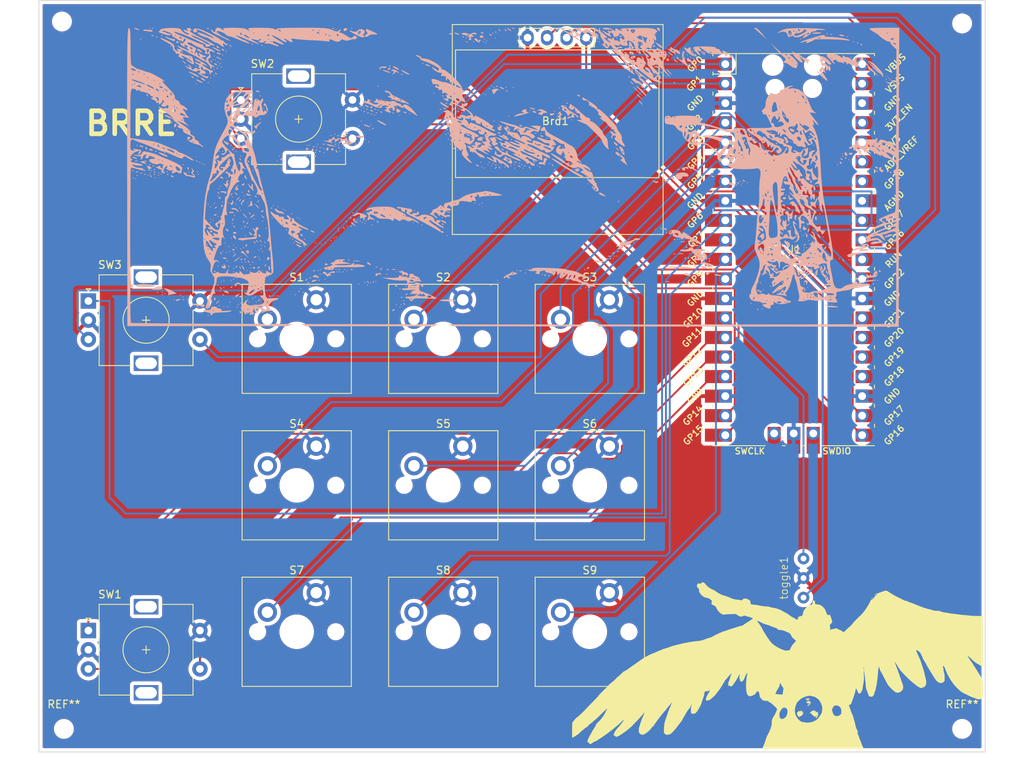
<source format=kicad_pcb>
(kicad_pcb (version 20221018) (generator pcbnew)
  (layers (0 "F.Cu" signal) (31 "B.Cu" signal) (34 "B.Paste" user) (35 "F.Paste" user) (36 "B.SilkS" user "B.Silkscreen") (37 "F.SilkS" user "F.Silkscreen") (38 "B.Mask" user) (39 "F.Mask" user) (44 "Edge.Cuts" user))
  (net 0 "")
  (net 1 "SDA")
  (net 2 "SCL")
  (net 3 "GND")
  (net 4 "+5V")
  (net 5 "S1")
  (net 6 "+3.3V")
  (net 7 "S2")
  (net 8 "S3")
  (net 9 "S4")
  (net 10 "S5")
  (net 11 "S6")
  (net 12 "S7")
  (net 13 "S8")
  (net 14 "S9")
  (net 15 "A1")
  (net 16 "B1")
  (net 17 "SW1")
  (net 18 "A2")
  (net 19 "B2")
  (net 20 "SW2")
  (net 21 "A3")
  (net 22 "B3")
  (net 23 "SW3")
  (net 24 "Toggle1")
  (net 25 "Toggle2")
  (footprint "Rotary_Encoder:RotaryEncoder_Alps_EC11E-Switch_Vertical_H20mm" (layer "F.Cu") (at 109.76 70.695)
    (fp_text reference "SW2" (at 2.8 -4.7) (layer "F.SilkS"))
    (fp_text value "RotaryEncoder_Switch")
    (pad "A" thru_hole rect (at 0 0) (size 2 2) (drill 1) (layers "*.Cu" "*.Mask") (net 18 "A2"))
    (pad "B" thru_hole circle (at 0 5) (size 2 2) (drill 1) (layers "*.Cu" "*.Mask") (net 19 "B2"))
    (pad "C" thru_hole circle (at 0 2.5) (size 2 2) (drill 1) (layers "*.Cu" "*.Mask") (net 3 "GND"))
    (pad "MP" thru_hole rect (at 7.5 -3.1) (size 3.2 2) (drill oval 2.8 1.5) (layers "*.Cu" "*.Mask"))
    (pad "MP" thru_hole rect (at 7.5 8.1) (size 3.2 2) (drill oval 2.8 1.5) (layers "*.Cu" "*.Mask"))
    (pad "S1" thru_hole circle (at 14.5 5) (size 2 2) (drill 1) (layers "*.Cu" "*.Mask") (net 20 "SW2"))
    (pad "S2" thru_hole circle (at 14.5 0) (size 2 2) (drill 1) (layers "*.Cu" "*.Mask") (net 3 "GND"))
  )
  (footprint "Button_Switch_THT:Toggle on-off-on" (layer "F.Cu") (at 182.88 132.885 90)
    (fp_text reference "toggle1" (at 0 -2.54 90 unlocked) (layer "F.SilkS") (effects (font (thickness 0.1))))
    (fp_text value "~")
    (pad "1" thru_hole circle (at -2.54 0 90) (size 1.524 1.524) (drill 0.762) (layers "*.Cu" "*.Mask") (net 24 "Toggle1"))
    (pad "2" thru_hole circle (at 2.54 0 90) (size 1.524 1.524) (drill 0.762) (layers "*.Cu" "*.Mask") (net 25 "Toggle2"))
    (pad "3" thru_hole circle (at 0 0 90) (size 1.524 1.524) (drill 0.762) (layers "*.Cu" "*.Mask") (net 3 "GND"))
  )
  (footprint "s_components:PCBimage3" (layer "F.Cu") (at 179.483613 140.071252)
    (fp_text reference "G***" hide)
    (fp_text value "LOGO" hide)
  )
  (footprint "s_MX:MX_PCB_1.00u" (layer "F.Cu") (at 155.11 120.82)
    (fp_text reference "S6" (at 0 -8) (layer "F.SilkS"))
    (fp_text value "Keyswitch")
    (pad "" np_thru_hole circle (at -5.08 0) (size 1.75 1.75) (drill 1.75) (layers "*.Cu" "*.Mask"))
    (pad "" np_thru_hole circle (at 0 0) (size 4 4) (drill 4) (layers "*.Cu" "*.Mask"))
    (pad "" np_thru_hole circle (at 5.08 0) (size 1.75 1.75) (drill 1.75) (layers "*.Cu" "*.Mask"))
    (pad "1" thru_hole circle (at -3.81 -2.54) (size 2.5 2.5) (drill 1.5) (layers "*.Cu" "*.Mask") (net 11 "S6"))
    (pad "2" thru_hole circle (at 2.54 -5.08) (size 2.5 2.5) (drill 1.5) (layers "*.Cu" "*.Mask") (net 3 "GND"))
  )
  (footprint "s_MX:MX_PCB_1.00u" (layer "F.Cu") (at 117.01 101.77)
    (fp_text reference "S1" (at 0 -8) (layer "F.SilkS"))
    (fp_text value "Keyswitch")
    (pad "" np_thru_hole circle (at -5.08 0) (size 1.75 1.75) (drill 1.75) (layers "*.Cu" "*.Mask"))
    (pad "" np_thru_hole circle (at 0 0) (size 4 4) (drill 4) (layers "*.Cu" "*.Mask"))
    (pad "" np_thru_hole circle (at 5.08 0) (size 1.75 1.75) (drill 1.75) (layers "*.Cu" "*.Mask"))
    (pad "1" thru_hole circle (at -3.81 -2.54) (size 2.5 2.5) (drill 1.5) (layers "*.Cu" "*.Mask") (net 5 "S1"))
    (pad "2" thru_hole circle (at 2.54 -5.08) (size 2.5 2.5) (drill 1.5) (layers "*.Cu" "*.Mask") (net 3 "GND"))
  )
  (footprint "Rotary_Encoder:RotaryEncoder_Alps_EC11E-Switch_Vertical_H20mm" (layer "F.Cu") (at 89.935 139.7075)
    (fp_text reference "SW1" (at 2.8 -4.7) (layer "F.SilkS"))
    (fp_text value "RotaryEncoder_Switch")
    (pad "A" thru_hole rect (at 0 0) (size 2 2) (drill 1) (layers "*.Cu" "*.Mask") (net 15 "A1"))
    (pad "B" thru_hole circle (at 0 5) (size 2 2) (drill 1) (layers "*.Cu" "*.Mask") (net 16 "B1"))
    (pad "C" thru_hole circle (at 0 2.5) (size 2 2) (drill 1) (layers "*.Cu" "*.Mask") (net 3 "GND"))
    (pad "MP" thru_hole rect (at 7.5 -3.1) (size 3.2 2) (drill oval 2.8 1.5) (layers "*.Cu" "*.Mask"))
    (pad "MP" thru_hole rect (at 7.5 8.1) (size 3.2 2) (drill oval 2.8 1.5) (layers "*.Cu" "*.Mask"))
    (pad "S1" thru_hole circle (at 14.5 5) (size 2 2) (drill 1) (layers "*.Cu" "*.Mask") (net 17 "SW1"))
    (pad "S2" thru_hole circle (at 14.5 0) (size 2 2) (drill 1) (layers "*.Cu" "*.Mask") (net 3 "GND"))
  )
  (footprint "MountingHole:MountingHole_2.1mm" (layer "F.Cu") (at 203.5 60.75)
    (fp_text reference "REF**" hide)
    (fp_text value "MountingHole_2.1mm")
    (pad "" np_thru_hole circle (at 0 0) (size 2.1 2.1) (drill 2.1) (layers "F&B.Cu" "*.Mask"))
  )
  (footprint "s_MX:MX_PCB_1.00u" (layer "F.Cu") (at 155.11 101.77)
    (fp_text reference "S3" (at 0 -8) (layer "F.SilkS"))
    (fp_text value "Keyswitch")
    (pad "" np_thru_hole circle (at -5.08 0) (size 1.75 1.75) (drill 1.75) (layers "*.Cu" "*.Mask"))
    (pad "" np_thru_hole circle (at 0 0) (size 4 4) (drill 4) (layers "*.Cu" "*.Mask"))
    (pad "" np_thru_hole circle (at 5.08 0) (size 1.75 1.75) (drill 1.75) (layers "*.Cu" "*.Mask"))
    (pad "1" thru_hole circle (at -3.81 -2.54) (size 2.5 2.5) (drill 1.5) (layers "*.Cu" "*.Mask") (net 8 "S3"))
    (pad "2" thru_hole circle (at 2.54 -5.08) (size 2.5 2.5) (drill 1.5) (layers "*.Cu" "*.Mask") (net 3 "GND"))
  )
  (footprint "s_MX:MX_PCB_1.00u" (layer "F.Cu") (at 117.01 139.87)
    (fp_text reference "S7" (at 0 -8) (layer "F.SilkS"))
    (fp_text value "Keyswitch")
    (pad "" np_thru_hole circle (at -5.08 0) (size 1.75 1.75) (drill 1.75) (layers "*.Cu" "*.Mask"))
    (pad "" np_thru_hole circle (at 0 0) (size 4 4) (drill 4) (layers "*.Cu" "*.Mask"))
    (pad "" np_thru_hole circle (at 5.08 0) (size 1.75 1.75) (drill 1.75) (layers "*.Cu" "*.Mask"))
    (pad "1" thru_hole circle (at -3.81 -2.54) (size 2.5 2.5) (drill 1.5) (layers "*.Cu" "*.Mask") (net 12 "S7"))
    (pad "2" thru_hole circle (at 2.54 -5.08) (size 2.5 2.5) (drill 1.5) (layers "*.Cu" "*.Mask") (net 3 "GND"))
  )
  (footprint "MountingHole:MountingHole_2.1mm" (layer "F.Cu") (at 86.5 60.5)
    (fp_text reference "REF**" hide)
    (fp_text value "MountingHole_2.1mm")
    (pad "" np_thru_hole circle (at 0 0) (size 2.1 2.1) (drill 2.1) (layers "*.Cu" "*.Mask"))
  )
  (footprint "s_MX:MX_PCB_1.00u" (layer "F.Cu") (at 136.06 120.82)
    (fp_text reference "S5" (at 0 -8) (layer "F.SilkS"))
    (fp_text value "Keyswitch")
    (pad "" np_thru_hole circle (at -5.08 0) (size 1.75 1.75) (drill 1.75) (layers "*.Cu" "*.Mask"))
    (pad "" np_thru_hole circle (at 0 0) (size 4 4) (drill 4) (layers "*.Cu" "*.Mask"))
    (pad "" np_thru_hole circle (at 5.08 0) (size 1.75 1.75) (drill 1.75) (layers "*.Cu" "*.Mask"))
    (pad "1" thru_hole circle (at -3.81 -2.54) (size 2.5 2.5) (drill 1.5) (layers "*.Cu" "*.Mask") (net 10 "S5"))
    (pad "2" thru_hole circle (at 2.54 -5.08) (size 2.5 2.5) (drill 1.5) (layers "*.Cu" "*.Mask") (net 3 "GND"))
  )
  (footprint "s_MX:MX_PCB_1.00u" (layer "F.Cu") (at 136.06 101.77)
    (fp_text reference "S2" (at 0 -8) (layer "F.SilkS"))
    (fp_text value "Keyswitch")
    (pad "" np_thru_hole circle (at -5.08 0) (size 1.75 1.75) (drill 1.75) (layers "*.Cu" "*.Mask"))
    (pad "" np_thru_hole circle (at 0 0) (size 4 4) (drill 4) (layers "*.Cu" "*.Mask"))
    (pad "" np_thru_hole circle (at 5.08 0) (size 1.75 1.75) (drill 1.75) (layers "*.Cu" "*.Mask"))
    (pad "1" thru_hole circle (at -3.81 -2.54) (size 2.5 2.5) (drill 1.5) (layers "*.Cu" "*.Mask") (net 7 "S2"))
    (pad "2" thru_hole circle (at 2.54 -5.08) (size 2.5 2.5) (drill 1.5) (layers "*.Cu" "*.Mask") (net 3 "GND"))
  )
  (footprint "s_MX:MX_PCB_1.00u" (layer "F.Cu") (at 117.01 120.82)
    (fp_text reference "S4" (at 0 -8) (layer "F.SilkS"))
    (fp_text value "Keyswitch")
    (pad "" np_thru_hole circle (at -5.08 0) (size 1.75 1.75) (drill 1.75) (layers "*.Cu" "*.Mask"))
    (pad "" np_thru_hole circle (at 0 0) (size 4 4) (drill 4) (layers "*.Cu" "*.Mask"))
    (pad "" np_thru_hole circle (at 5.08 0) (size 1.75 1.75) (drill 1.75) (layers "*.Cu" "*.Mask"))
    (pad "1" thru_hole circle (at -3.81 -2.54) (size 2.5 2.5) (drill 1.5) (layers "*.Cu" "*.Mask") (net 9 "S4"))
    (pad "2" thru_hole circle (at 2.54 -5.08) (size 2.5 2.5) (drill 1.5) (layers "*.Cu" "*.Mask") (net 3 "GND"))
  )
  (footprint "s_MX:MX_PCB_1.00u" (layer "F.Cu") (at 155.11 139.87)
    (fp_text reference "S9" (at 0 -8) (layer "F.SilkS"))
    (fp_text value "Keyswitch")
    (pad "" np_thru_hole circle (at -5.08 0) (size 1.75 1.75) (drill 1.75) (layers "*.Cu" "*.Mask"))
    (pad "" np_thru_hole circle (at 0 0) (size 4 4) (drill 4) (layers "*.Cu" "*.Mask"))
    (pad "" np_thru_hole circle (at 5.08 0) (size 1.75 1.75) (drill 1.75) (layers "*.Cu" "*.Mask"))
    (pad "1" thru_hole circle (at -3.81 -2.54) (size 2.5 2.5) (drill 1.5) (layers "*.Cu" "*.Mask") (net 14 "S9"))
    (pad "2" thru_hole circle (at 2.54 -5.08) (size 2.5 2.5) (drill 1.5) (layers "*.Cu" "*.Mask") (net 3 "GND"))
  )
  (footprint "MountingHole:MountingHole_2.1mm" (layer "F.Cu") (at 86.75 152.5)
    (fp_text reference "REF**" (at 0 -3.2) (layer "F.SilkS"))
    (fp_text value "MountingHole_2.1mm")
    (pad "" np_thru_hole circle (at 0 0) (size 2.1 2.1) (drill 2.1) (layers "F&B.Cu" "*.Mask"))
  )
  (footprint "s_MX:MX_PCB_1.00u" (layer "F.Cu") (at 136.06 139.87)
    (fp_text reference "S8" (at 0 -8) (layer "F.SilkS"))
    (fp_text value "Keyswitch")
    (pad "" np_thru_hole circle (at -5.08 0) (size 1.75 1.75) (drill 1.75) (layers "*.Cu" "*.Mask"))
    (pad "" np_thru_hole circle (at 0 0) (size 4 4) (drill 4) (layers "*.Cu" "*.Mask"))
    (pad "" np_thru_hole circle (at 5.08 0) (size 1.75 1.75) (drill 1.75) (layers "*.Cu" "*.Mask"))
    (pad "1" thru_hole circle (at -3.81 -2.54) (size 2.5 2.5) (drill 1.5) (layers "*.Cu" "*.Mask") (net 13 "S8"))
    (pad "2" thru_hole circle (at 2.54 -5.08) (size 2.5 2.5) (drill 1.5) (layers "*.Cu" "*.Mask") (net 3 "GND"))
  )
  (footprint "Rotary_Encoder:RotaryEncoder_Alps_EC11E-Switch_Vertical_H20mm" (layer "F.Cu") (at 89.935 96.845)
    (fp_text reference "SW3" (at 2.8 -4.7) (layer "F.SilkS"))
    (fp_text value "RotaryEncoder_Switch")
    (pad "A" thru_hole rect (at 0 0) (size 2 2) (drill 1) (layers "*.Cu" "*.Mask") (net 21 "A3"))
    (pad "B" thru_hole circle (at 0 5) (size 2 2) (drill 1) (layers "*.Cu" "*.Mask") (net 22 "B3"))
    (pad "C" thru_hole circle (at 0 2.5) (size 2 2) (drill 1) (layers "*.Cu" "*.Mask") (net 3 "GND"))
    (pad "MP" thru_hole rect (at 7.5 -3.1) (size 3.2 2) (drill oval 2.8 1.5) (layers "*.Cu" "*.Mask"))
    (pad "MP" thru_hole rect (at 7.5 8.1) (size 3.2 2) (drill oval 2.8 1.5) (layers "*.Cu" "*.Mask"))
    (pad "S1" thru_hole circle (at 14.5 5) (size 2 2) (drill 1) (layers "*.Cu" "*.Mask") (net 23 "SW3"))
    (pad "S2" thru_hole circle (at 14.5 0) (size 2 2) (drill 1) (layers "*.Cu" "*.Mask") (net 3 "GND"))
  )
  (footprint "dsada:128x64OLED" (layer "F.Cu") (at 150.635 73.195)
    (fp_text reference "Brd1" (at 0 0.254) (layer "F.SilkS"))
    (fp_text value "SSD1306")
    (pad "1" thru_hole oval (at -3.62 -10.6 90) (size 2 1.6) (drill 1) (layers "*.Cu" "*.Mask") (net 3 "GND"))
    (pad "2" thru_hole oval (at -1.08 -10.6 90) (size 2 1.6) (drill 1) (layers "*.Cu" "*.Mask") (net 4 "+5V"))
    (pad "3" thru_hole oval (at 1.46 -10.6 90) (size 2 1.6) (drill 1) (layers "*.Cu" "*.Mask") (net 2 "SCL"))
    (pad "4" thru_hole oval (at 4 -10.6 90) (size 2 1.6) (drill 1) (layers "*.Cu" "*.Mask") (net 1 "SDA"))
  )
  (footprint "MCU_RaspberryPi_and_Boards:RPi_Pico_SMD_TH" (layer "F.Cu") (at 181.61 90.17)
    (fp_text reference "U1" (at 0 0) (layer "F.SilkS"))
    (fp_text value "Pico")
    (fp_text user "GP8" (at -12.8 1.27 45) (layer "F.SilkS") (effects (font (size 0.8 0.8))))
    (fp_text user "GND" (at -12.8 19.05 45) (layer "F.SilkS") (effects (font (size 0.8 0.8))))
    (fp_text user "GP19" (at 13.054 13.97 45) (layer "F.SilkS") (effects (font (size 0.8 0.8))))
    (fp_text user "GND" (at -12.8 6.35 45) (layer "F.SilkS") (effects (font (size 0.8 0.8))))
    (fp_text user "GND" (at 12.8 6.35 45) (layer "F.SilkS") (effects (font (size 0.8 0.8))))
    (fp_text user "GND" (at 12.8 -19.05 45) (layer "F.SilkS") (effects (font (size 0.8 0.8))))
    (fp_text user "GP3" (at -12.8 -13.97 45) (layer "F.SilkS") (effects (font (size 0.8 0.8))))
    (fp_text user "SWDIO" (at 5.6 26.2) (layer "F.SilkS") (effects (font (size 0.8 0.8))))
    (fp_text user "GP9" (at -12.8 3.81 45) (layer "F.SilkS") (effects (font (size 0.8 0.8))))
    (fp_text user "GP26" (at 13.054 -1.27 45) (layer "F.SilkS") (effects (font (size 0.8 0.8))))
    (fp_text user "3V3" (at 12.9 -13.9 45) (layer "F.SilkS") (effects (font (size 0.8 0.8))))
    (fp_text user "GND" (at -12.8 -6.35 45) (layer "F.SilkS") (effects (font (size 0.8 0.8))))
    (fp_text user "GP15" (at -13.054 24.13 45) (layer "F.SilkS") (effects (font (size 0.8 0.8))))
    (fp_text user "GP6" (at -12.8 -3.81 45) (layer "F.SilkS") (effects (font (size 0.8 0.8))))
    (fp_text user "GP21" (at 13.054 8.9 45) (layer "F.SilkS") (effects (font (size 0.8 0.8))))
    (fp_text user "GP28" (at 13.054 -9.144 45) (layer "F.SilkS") (effects (font (size 0.8 0.8))))
    (fp_text user "VSYS" (at 13.2 -21.59 45) (layer "F.SilkS") (effects (font (size 0.8 0.8))))
    (fp_text user "GP0" (at -12.8 -24.13 45) (layer "F.SilkS") (effects (font (size 0.8 0.8))))
    (fp_text user "GP11" (at -13.2 11.43 45) (layer "F.SilkS") (effects (font (size 0.8 0.8))))
    (fp_text user "GP22" (at 13.054 3.81 45) (layer "F.SilkS") (effects (font (size 0.8 0.8))))
    (fp_text user "AGND" (at 13.054 -6.35 45) (layer "F.SilkS") (effects (font (size 0.8 0.8))))
    (fp_text user "GP17" (at 13.054 21.59 45) (layer "F.SilkS") (effects (font (size 0.8 0.8))))
    (fp_text user "GP14" (at -13.1 21.59 45) (layer "F.SilkS") (effects (font (size 0.8 0.8))))
    (fp_text user "GP13" (at -13.054 16.51 45) (layer "F.SilkS") (effects (font (size 0.8 0.8))))
    (fp_text user "GP16" (at 13.054 24.13 45) (layer "F.SilkS") (effects (font (size 0.8 0.8))))
    (fp_text user "GP4" (at -12.8 -11.43 45) (layer "F.SilkS") (effects (font (size 0.8 0.8))))
    (fp_text user "SWCLK" (at -5.7 26.2) (layer "F.SilkS") (effects (font (size 0.8 0.8))))
    (fp_text user "GP18" (at 13.054 16.51 45) (layer "F.SilkS") (effects (font (size 0.8 0.8))))
    (fp_text user "3V3_EN" (at 13.7 -17.2 45) (layer "F.SilkS") (effects (font (size 0.8 0.8))))
    (fp_text user "GP27" (at 13.054 -3.8 45) (layer "F.SilkS") (effects (font (size 0.8 0.8))))
    (fp_text user "GP5" (at -12.8 -8.89 45) (layer "F.SilkS") (effects (font (size 0.8 0.8))))
    (fp_text user "GP7" (at -12.7 -1.3 45) (layer "F.SilkS") (effects (font (size 0.8 0.8))))
    (fp_text user "GND" (at -12.8 -19.05 45) (layer "F.SilkS") (effects (font (size 0.8 0.8))))
    (fp_text user "VBUS" (at 13.3 -24.2 45) (layer "F.SilkS") (effects (font (size 0.8 0.8))))
    (fp_text user "GP1" (at -12.9 -21.6 45) (layer "F.SilkS") (effects (font (size 0.8 0.8))))
    (fp_text user "GP2" (at -12.9 -16.51 45) (layer "F.SilkS") (effects (font (size 0.8 0.8))))
    (fp_text user "RUN" (at 13 1.27 45) (layer "F.SilkS") (effects (font (size 0.8 0.8))))
    (fp_text user "ADC_VREF" (at 14 -12.5 45) (layer "F.SilkS") (effects (font (size 0.8 0.8))))
    (fp_text user "GND" (at 12.8 19.05 45) (layer "F.SilkS") (effects (font (size 0.8 0.8))))
    (fp_text user "GP10" (at -13.054 8.89 45) (layer "F.SilkS") (effects (font (size 0.8 0.8))))
    (fp_text user "GP20" (at 13.054 11.43 45) (layer "F.SilkS") (effects (font (size 0.8 0.8))))
    (fp_text user "GP12" (at -13.2 13.97 45) (layer "F.SilkS") (effects (font (size 0.8 0.8))))
    (pad "" np_thru_hole oval (at -2.725 -24) (size 1.8 1.8) (drill 1.8) (layers "*.Cu" "*.Mask"))
    (pad "" np_thru_hole oval (at -2.425 -20.97) (size 1.5 1.5) (drill 1.5) (layers "*.Cu" "*.Mask"))
    (pad "" np_thru_hole oval (at 2.425 -20.97) (size 1.5 1.5) (drill 1.5) (layers "*.Cu" "*.Mask"))
    (pad "" np_thru_hole oval (at 2.725 -24) (size 1.8 1.8) (drill 1.8) (layers "*.Cu" "*.Mask"))
    (pad "1" thru_hole oval (at -8.89 -24.13) (size 1.7 1.7) (drill 1.02) (layers "*.Cu" "*.Mask") (net 5 "S1"))
    (pad "1" smd rect (at -8.89 -24.13) (size 3.5 1.7) (drill (offset -0.9 0)) (layers "F.Cu" "F.Mask") (net 5 "S1"))
    (pad "2" thru_hole oval (at -8.89 -21.59) (size 1.7 1.7) (drill 1.02) (layers "*.Cu" "*.Mask") (net 7 "S2"))
    (pad "2" smd rect (at -8.89 -21.59) (size 3.5 1.7) (drill (offset -0.9 0)) (layers "F.Cu" "F.Mask") (net 7 "S2"))
    (pad "3" thru_hole rect (at -8.89 -19.05) (size 1.7 1.7) (drill 1.02) (layers "*.Cu" "*.Mask") (net 3 "GND"))
    (pad "3" smd rect (at -8.89 -19.05) (size 3.5 1.7) (drill (offset -0.9 0)) (layers "F.Cu" "F.Mask") (net 3 "GND"))
    (pad "4" thru_hole oval (at -8.89 -16.51) (size 1.7 1.7) (drill 1.02) (layers "*.Cu" "*.Mask") (net 8 "S3"))
    (pad "4" smd rect (at -8.89 -16.51) (size 3.5 1.7) (drill (offset -0.9 0)) (layers "F.Cu" "F.Mask") (net 8 "S3"))
    (pad "5" thru_hole oval (at -8.89 -13.97) (size 1.7 1.7) (drill 1.02) (layers "*.Cu" "*.Mask") (net 9 "S4"))
    (pad "5" smd rect (at -8.89 -13.97) (size 3.5 1.7) (drill (offset -0.9 0)) (layers "F.Cu" "F.Mask") (net 9 "S4"))
    (pad "6" thru_hole oval (at -8.89 -11.43) (size 1.7 1.7) (drill 1.02) (layers "*.Cu" "*.Mask") (net 10 "S5"))
    (pad "6" smd rect (at -8.89 -11.43) (size 3.5 1.7) (drill (offset -0.9 0)) (layers "F.Cu" "F.Mask") (net 10 "S5"))
    (pad "7" thru_hole oval (at -8.89 -8.89) (size 1.7 1.7) (drill 1.02) (layers "*.Cu" "*.Mask") (net 11 "S6"))
    (pad "7" smd rect (at -8.89 -8.89) (size 3.5 1.7) (drill (offset -0.9 0)) (layers "F.Cu" "F.Mask") (net 11 "S6"))
    (pad "8" thru_hole rect (at -8.89 -6.35) (size 1.7 1.7) (drill 1.02) (layers "*.Cu" "*.Mask") (net 3 "GND"))
    (pad "8" smd rect (at -8.89 -6.35) (size 3.5 1.7) (drill (offset -0.9 0)) (layers "F.Cu" "F.Mask") (net 3 "GND"))
    (pad "9" thru_hole oval (at -8.89 -3.81) (size 1.7 1.7) (drill 1.02) (layers "*.Cu" "*.Mask") (net 12 "S7"))
    (pad "9" smd rect (at -8.89 -3.81) (size 3.5 1.7) (drill (offset -0.9 0)) (layers "F.Cu" "F.Mask") (net 12 "S7"))
    (pad "10" thru_hole oval (at -8.89 -1.27) (size 1.7 1.7) (drill 1.02) (layers "*.Cu" "*.Mask") (net 13 "S8"))
    (pad "10" smd rect (at -8.89 -1.27) (size 3.5 1.7) (drill (offset -0.9 0)) (layers "F.Cu" "F.Mask") (net 13 "S8"))
    (pad "11" thru_hole oval (at -8.89 1.27) (size 1.7 1.7) (drill 1.02) (layers "*.Cu" "*.Mask") (net 14 "S9"))
    (pad "11" smd rect (at -8.89 1.27) (size 3.5 1.7) (drill (offset -0.9 0)) (layers "F.Cu" "F.Mask") (net 14 "S9"))
    (pad "12" thru_hole oval (at -8.89 3.81) (size 1.7 1.7) (drill 1.02) (layers "*.Cu" "*.Mask") (net 24 "Toggle1"))
    (pad "12" smd rect (at -8.89 3.81) (size 3.5 1.7) (drill (offset -0.9 0)) (layers "F.Cu" "F.Mask") (net 24 "Toggle1"))
    (pad "13" thru_hole rect (at -8.89 6.35) (size 1.7 1.7) (drill 1.02) (layers "*.Cu" "*.Mask") (net 3 "GND"))
    (pad "13" smd rect (at -8.89 6.35) (size 3.5 1.7) (drill (offset -0.9 0)) (layers "F.Cu" "F.Mask") (net 3 "GND"))
    (pad "14" thru_hole oval (at -8.89 8.89) (size 1.7 1.7) (drill 1.02) (layers "*.Cu" "*.Mask") (net 25 "Toggle2"))
    (pad "14" smd rect (at -8.89 8.89) (size 3.5 1.7) (drill (offset -0.9 0)) (layers "F.Cu" "F.Mask") (net 25 "Toggle2"))
    (pad "15" thru_hole oval (at -8.89 11.43) (size 1.7 1.7) (drill 1.02) (layers "*.Cu" "*.Mask") (net 15 "A1"))
    (pad "15" smd rect (at -8.89 11.43) (size 3.5 1.7) (drill (offset -0.9 0)) (layers "F.Cu" "F.Mask") (net 15 "A1"))
    (pad "16" thru_hole oval (at -8.89 13.97) (size 1.7 1.7) (drill 1.02) (layers "*.Cu" "*.Mask") (net 16 "B1"))
    (pad "16" smd rect (at -8.89 13.97) (size 3.5 1.7) (drill (offset -0.9 0)) (layers "F.Cu" "F.Mask") (net 16 "B1"))
    (pad "17" thru_hole oval (at -8.89 16.51) (size 1.7 1.7) (drill 1.02) (layers "*.Cu" "*.Mask") (net 17 "SW1"))
    (pad "17" smd rect (at -8.89 16.51) (size 3.5 1.7) (drill (offset -0.9 0)) (layers "F.Cu" "F.Mask") (net 17 "SW1"))
    (pad "18" thru_hole rect (at -8.89 19.05) (size 1.7 1.7) (drill 1.02) (layers "*.Cu" "*.Mask") (net 3 "GND"))
    (pad "18" smd rect (at -8.89 19.05) (size 3.5 1.7) (drill (offset -0.9 0)) (layers "F.Cu" "F.Mask") (net 3 "GND"))
    (pad "19" thru_hole oval (at -8.89 21.59) (size 1.7 1.7) (drill 1.02) (layers "*.Cu" "*.Mask") (net 18 "A2"))
    (pad "19" smd rect (at -8.89 21.59) (size 3.5 1.7) (drill (offset -0.9 0)) (layers "F.Cu" "F.Mask") (net 18 "A2"))
    (pad "20" thru_hole oval (at -8.89 24.13) (size 1.7 1.7) (drill 1.02) (layers "*.Cu" "*.Mask") (net 19 "B2"))
    (pad "20" smd rect (at -8.89 24.13) (size 3.5 1.7) (drill (offset -0.9 0)) (layers "F.Cu" "F.Mask") (net 19 "B2"))
    (pad "21" thru_hole oval (at 8.89 24.13) (size 1.7 1.7) (drill 1.02) (layers "*.Cu" "*.Mask") (net 1 "SDA"))
    (pad "21" smd rect (at 8.89 24.13) (size 3.5 1.7) (drill (offset 0.9 0)) (layers "F.Cu" "F.Mask") (net 1 "SDA"))
    (pad "22" thru_hole oval (at 8.89 21.59) (size 1.7 1.7) (drill 1.02) (layers "*.Cu" "*.Mask") (net 2 "SCL"))
    (pad "22" smd rect (at 8.89 21.59) (size 3.5 1.7) (drill (offset 0.9 0)) (layers "F.Cu" "F.Mask") (net 2 "SCL"))
    (pad "23" thru_hole rect (at 8.89 19.05) (size 1.7 1.7) (drill 1.02) (layers "*.Cu" "*.Mask") (net 3 "GND"))
    (pad "23" smd rect (at 8.89 19.05) (size 3.5 1.7) (drill (offset 0.9 0)) (layers "F.Cu" "F.Mask") (net 3 "GND"))
    (pad "24" thru_hole oval (at 8.89 16.51) (size 1.7 1.7) (drill 1.02) (layers "*.Cu" "*.Mask"))
    (pad "24" smd rect (at 8.89 16.51) (size 3.5 1.7) (drill (offset 0.9 0)) (layers "F.Cu" "F.Mask"))
    (pad "25" thru_hole oval (at 8.89 13.97) (size 1.7 1.7) (drill 1.02) (layers "*.Cu" "*.Mask"))
    (pad "25" smd rect (at 8.89 13.97) (size 3.5 1.7) (drill (offset 0.9 0)) (layers "F.Cu" "F.Mask"))
    (pad "26" thru_hole oval (at 8.89 11.43) (size 1.7 1.7) (drill 1.02) (layers "*.Cu" "*.Mask"))
    (pad "26" smd rect (at 8.89 11.43) (size 3.5 1.7) (drill (offset 0.9 0)) (layers "F.Cu" "F.Mask"))
    (pad "27" thru_hole oval (at 8.89 8.89) (size 1.7 1.7) (drill 1.02) (layers "*.Cu" "*.Mask"))
    (pad "27" smd rect (at 8.89 8.89) (size 3.5 1.7) (drill (offset 0.9 0)) (layers "F.Cu" "F.Mask"))
    (pad "28" thru_hole rect (at 8.89 6.35) (size 1.7 1.7) (drill 1.02) (layers "*.Cu" "*.Mask") (net 3 "GND"))
    (pad "28" smd rect (at 8.89 6.35) (size 3.5 1.7) (drill (offset 0.9 0)) (layers "F.Cu" "F.Mask") (net 3 "GND"))
    (pad "29" thru_hole oval (at 8.89 3.81) (size 1.7 1.7) (drill 1.02) (layers "*.Cu" "*.Mask") (net 23 "SW3"))
    (pad "29" smd rect (at 8.89 3.81) (size 3.5 1.7) (drill (offset 0.9 0)) (layers "F.Cu" "F.Mask") (net 23 "SW3"))
    (pad "30" thru_hole oval (at 8.89 1.27) (size 1.7 1.7) (drill 1.02) (layers "*.Cu" "*.Mask"))
    (pad "30" smd rect (at 8.89 1.27) (size 3.5 1.7) (drill (offset 0.9 0)) (layers "F.Cu" "F.Mask"))
    (pad "31" thru_hole oval (at 8.89 -1.27) (size 1.7 1.7) (drill 1.02) (layers "*.Cu" "*.Mask") (net 22 "B3"))
    (pad "31" smd rect (at 8.89 -1.27) (size 3.5 1.7) (drill (offset 0.9 0)) (layers "F.Cu" "F.Mask") (net 22 "B3"))
    (pad "32" thru_hole oval (at 8.89 -3.81) (size 1.7 1.7) (drill 1.02) (layers "*.Cu" "*.Mask") (net 21 "A3"))
    (pad "32" smd rect (at 8.89 -3.81) (size 3.5 1.7) (drill (offset 0.9 0)) (layers "F.Cu" "F.Mask") (net 21 "A3"))
    (pad "33" thru_hole rect (at 8.89 -6.35) (size 1.7 1.7) (drill 1.02) (layers "*.Cu" "*.Mask"))
    (pad "33" smd rect (at 8.89 -6.35) (size 3.5 1.7) (drill (offset 0.9 0)) (layers "F.Cu" "F.Mask"))
    (pad "34" thru_hole oval (at 8.89 -8.89) (size 1.7 1.7) (drill 1.02) (layers "*.Cu" "*.Mask") (net 20 "SW2"))
    (pad "34" smd rect (at 8.89 -8.89) (size 3.5 1.7) (drill (offset 0.9 0)) (layers "F.Cu" "F.Mask") (net 20 "SW2"))
    (pad "35" thru_hole oval (at 8.89 -11.43) (size 1.7 1.7) (drill 1.02) (layers "*.Cu" "*.Mask"))
    (pad "35" smd rect (at 8.89 -11.43) (size 3.5 1.7) (drill (offset 0.9 0)) (layers "F.Cu" "F.Mask"))
    (pad "36" thru_hole oval (at 8.89 -13.97) (size 1.7 1.7) (drill 1.02) (layers "*.Cu" "*.Mask") (net 6 "+3.3V"))
    (pad "36" smd rect (at 8.89 -13.97) (size 3.5 1.7) (drill (offset 0.9 0)) (layers "F.Cu" "F.Mask") (net 6 "+3.3V"))
    (pad "37" thru_hole oval (at 8.89 -16.51) (size 1.7 1.7) (drill 1.02) (layers "*.Cu" "*.Mask"))
    (pad "37" smd rect (at 8.89 -16.51) (size 3.5 1.7) (drill (offset 0.9 0)) (layers "F.Cu" "F.Mask"))
    (pad "38" thru_hole rect (at 8.89 -19.05) (size 1.7 1.7) (drill 1.02) (layers "*.Cu" "*.Mask"))
    (pad "38" smd rect (at 8.89 -19.05) (size 3.5 1.7) (drill (offset 0.9 0)) (layers "F.Cu" "F.Mask"))
    (pad "39" thru_hole oval (at 8.89 -21.59) (size 1.7 1.7) (drill 1.02) (layers "*.Cu" "*.Mask") (net 4 "+5V"))
    (pad "39" smd rect (at 8.89 -21.59) (size 3.5 1.7) (drill (offset 0.9 0)) (layers "F.Cu" "F.Mask") (net 4 "+5V"))
    (pad "40" thru_hole oval (at 8.89 -24.13) (size 1.7 1.7) (drill 1.02) (layers "*.Cu" "*.Mask"))
    (pad "40" smd rect (at 8.89 -24.13) (size 3.5 1.7) (drill (offset 0.9 0)) (layers "F.Cu" "F.Mask"))
    (pad "41" thru_hole oval (at -2.54 23.9) (size 1.7 1.7) (drill 1.02) (layers "*.Cu" "*.Mask"))
    (pad "41" smd rect (at -2.54 23.9 90) (size 3.5 1.7) (drill (offset -0.9 0)) (layers "F.Cu" "F.Mask"))
    (pad "42" thru_hole rect (at 0 23.9) (size 1.7 1.7) (drill 1.02) (layers "*.Cu" "*.Mask") (net 3 "GND"))
    (pad "42" smd rect (at 0 23.9 90) (size 3.5 1.7) (drill (offset -0.9 0)) (layers "F.Cu" "F.Mask") (net 3 "GND"))
    (pad "43" thru_hole oval (at 2.54 23.9) (size 1.7 1.7) (drill 1.02) (layers "*.Cu" "*.Mask"))
    (pad "43" smd rect (at 2.54 23.9 90) (size 3.5 1.7) (drill (offset -0.9 0)) (layers "F.Cu" "F.Mask"))
  )
  (footprint "MountingHole:MountingHole_2.1mm" (layer "F.Cu") (at 203.5 152.5)
    (fp_text reference "REF**" (at 0 -3.2) (layer "F.SilkS"))
    (fp_text value "MountingHole_2.1mm")
    (pad "" np_thru_hole circle (at 0 0) (size 2.1 2.1) (drill 2.1) (layers "F&B.Cu" "*.Mask"))
  )
  (footprint "s_components:PCBimage" (layer "B.Cu") (at 145.25 80.75 180)
    (fp_text reference "G***" hide)
    (fp_text value "LOGO" hide)
  )
  (gr_rect (start 83.5 57.75) (end 206.5 155.5) (stroke (width 0.1)) (fill none) (layer "Edge.Cuts"))
  (gr_text "BRRE" (at 89.25 75.5) (layer "F.SilkS") (effects (font (size 3 3) (thickness 0.6) bold) (justify left bottom)))
  (segment (start 154.635 69.985) (end 169.695 85.045) (width 0.25) (layer "F.Cu") (net 1))
  (segment (start 185.375 109.175) (end 190.5 114.3) (width 0.25) (layer "F.Cu") (net 1))
  (segment (start 185.375 96.295) (end 185.375 109.175) (width 0.25) (layer "F.Cu") (net 1))
  (segment (start 154.635 62.595) (end 154.635 69.985) (width 0.25) (layer "F.Cu") (net 1))
  (segment (start 174.125 85.045) (end 185.375 96.295) (width 0.25) (layer "F.Cu") (net 1))
  (segment (start 169.695 85.045) (end 174.125 85.045) (width 0.25) (layer "F.Cu") (net 1))
  (segment (start 155.121701 61.22) (end 169.695 75.793299) (width 0.25) (layer "F.Cu") (net 2))
  (segment (start 173.945 82.595) (end 189.275 97.925) (width 0.25) (layer "F.Cu") (net 2))
  (segment (start 153.47 61.22) (end 155.121701 61.22) (width 0.25) (layer "F.Cu") (net 2))
  (segment (start 189.275 110.535) (end 190.5 111.76) (width 0.25) (layer "F.Cu") (net 2))
  (segment (start 169.695 82.595) (end 173.945 82.595) (width 0.25) (layer "F.Cu") (net 2))
  (segment (start 169.695 75.793299) (end 169.695 82.595) (width 0.25) (layer "F.Cu") (net 2))
  (segment (start 189.275 97.925) (end 189.275 110.535) (width 0.25) (layer "F.Cu") (net 2))
  (segment (start 152.095 62.595) (end 153.47 61.22) (width 0.25) (layer "F.Cu") (net 2))
  (segment (start 119.79 134.79) (end 120 135) (width 0.25) (layer "F.Cu") (net 3))
  (segment (start 119.55 134.79) (end 119.79 134.79) (width 0.25) (layer "F.Cu") (net 3))
  (segment (start 118.731243 115.74) (end 119.55 115.74) (width 0.25) (layer "F.Cu") (net 3))
  (segment (start 118.731243 96.69) (end 119.55 96.69) (width 0.25) (layer "B.Cu") (net 3))
  (segment (start 120 115.29) (end 120 115) (width 0.25) (layer "B.Cu") (net 3))
  (segment (start 119.55 115.74) (end 120 115.29) (width 0.25) (layer "B.Cu") (net 3))
  (segment (start 149.555 62.595) (end 151.43 60.72) (width 0.25) (layer "F.Cu") (net 4))
  (segment (start 182.64 60.72) (end 190.5 68.58) (width 0.25) (layer "F.Cu") (net 4))
  (segment (start 151.43 60.72) (end 182.64 60.72) (width 0.25) (layer "F.Cu") (net 4))
  (segment (start 172.72 66.04) (end 143.96 66.04) (width 0.25) (layer "B.Cu") (net 5))
  (segment (start 113.2 96.8) (end 113.2 99.23) (width 0.25) (layer "B.Cu") (net 5))
  (segment (start 143.96 66.04) (end 113.2 96.8) (width 0.25) (layer "B.Cu") (net 5))
  (segment (start 162.9 68.58) (end 132.25 99.23) (width 0.25) (layer "B.Cu") (net 7))
  (segment (start 172.72 68.58) (end 162.9 68.58) (width 0.25) (layer "B.Cu") (net 7))
  (segment (start 151.3 95.08) (end 151.3 99.23) (width 0.25) (layer "B.Cu") (net 8))
  (segment (start 172.72 73.66) (end 151.3 95.08) (width 0.25) (layer "B.Cu") (net 8))
  (segment (start 152.925 95.995) (end 152.925 100.642767) (width 0.25) (layer "B.Cu") (net 9))
  (segment (start 172.72 76.2) (end 152.925 95.995) (width 0.25) (layer "B.Cu") (net 9))
  (segment (start 152.925 100.642767) (end 143.567767 110) (width 0.25) (layer "B.Cu") (net 9))
  (segment (start 121.48 110) (end 113.2 118.28) (width 0.25) (layer "B.Cu") (net 9))
  (segment (start 143.567767 110) (end 121.48 110) (width 0.25) (layer "B.Cu") (net 9))
  (segment (start 157.485 107.515) (end 146.72 118.28) (width 0.25) (layer "B.Cu") (net 10))
  (segment (start 172.72 78.74) (end 171.517919 78.74) (width 0.25) (layer "B.Cu") (net 10))
  (segment (start 155 99.395) (end 156.093757 99.395) (width 0.25) (layer "B.Cu") (net 10))
  (segment (start 157.485 100.786243) (end 157.485 107.515) (width 0.25) (layer "B.Cu") (net 10))
  (segment (start 171.517919 78.74) (end 155 95.257919) (width 0.25) (layer "B.Cu") (net 10))
  (segment (start 156.093757 99.395) (end 157.485 100.786243) (width 0.25) (layer "B.Cu") (net 10))
  (segment (start 146.72 118.28) (end 132.25 118.28) (width 0.25) (layer "B.Cu") (net 10))
  (segment (start 155 95.257919) (end 155 99.395) (width 0.25) (layer "B.Cu") (net 10))
  (segment (start 161.44 96.44) (end 161.44 108.14) (width 0.25) (layer "B.Cu") (net 11))
  (segment (start 160 95) (end 161.44 96.44) (width 0.25) (layer "B.Cu") (net 11))
  (segment (start 160 94) (end 160 95) (width 0.25) (layer "B.Cu") (net 11))
  (segment (start 161.44 108.14) (end 151.3 118.28) (width 0.25) (layer "B.Cu") (net 11))
  (segment (start 172.72 81.28) (end 160 94) (width 0.25) (layer "B.Cu") (net 11))
  (segment (start 165 125) (end 165 94.08) (width 0.25) (layer "B.Cu") (net 12))
  (segment (start 125.53 125) (end 165 125) (width 0.25) (layer "B.Cu") (net 12))
  (segment (start 165 94.08) (end 172.72 86.36) (width 0.25) (layer "B.Cu") (net 12))
  (segment (start 113.2 137.33) (end 125.53 125) (width 0.25) (layer "B.Cu") (net 12))
  (segment (start 139.58 130) (end 132.25 137.33) (width 0.25) (layer "B.Cu") (net 13))
  (segment (start 165.5 96.12) (end 165.5 129.5) (width 0.25) (layer "B.Cu") (net 13))
  (segment (start 172.72 88.9) (end 165.5 96.12) (width 0.25) (layer "B.Cu") (net 13))
  (segment (start 165 130) (end 139.58 130) (width 0.25) (layer "B.Cu") (net 13))
  (segment (start 165.5 129.5) (end 165 130) (width 0.25) (layer "B.Cu") (net 13))
  (segment (start 151.3 137.33) (end 158.377106 137.33) (width 0.25) (layer "B.Cu") (net 14))
  (segment (start 171.495 92.665) (end 172.72 91.44) (width 0.25) (layer "B.Cu") (net 14))
  (segment (start 171.495 124.212106) (end 171.495 92.665) (width 0.25) (layer "B.Cu") (net 14))
  (segment (start 158.377106 137.33) (end 171.495 124.212106) (width 0.25) (layer "B.Cu") (net 14))
  (segment (start 158.495 114.115) (end 110.885 114.115) (width 0.25) (layer "F.Cu") (net 15))
  (segment (start 110.885 114.115) (end 89.935 135.065) (width 0.25) (layer "F.Cu") (net 15))
  (segment (start 89.935 135.065) (end 89.935 139.7075) (width 0.25) (layer "F.Cu") (net 15))
  (segment (start 172.72 101.6) (end 171.01 101.6) (width 0.25) (layer "F.Cu") (net 15))
  (segment (start 171.01 101.6) (end 158.495 114.115) (width 0.25) (layer "F.Cu") (net 15))
  (segment (start 158.323098 117.365) (end 159.275 116.413098) (width 0.25) (layer "F.Cu") (net 16))
  (segment (start 141.805 123.195) (end 148.345 116.655) (width 0.25) (layer "F.Cu") (net 16))
  (segment (start 116.805 123.195) (end 141.805 123.195) (width 0.25) (layer "F.Cu") (net 16))
  (segment (start 159.275 116.413098) (end 159.275 115.725) (width 0.25) (layer "F.Cu") (net 16))
  (segment (start 95.2925 144.7075) (end 116.805 123.195) (width 0.25) (layer "F.Cu") (net 16))
  (segment (start 148.345 116.655) (end 153.21 116.655) (width 0.25) (layer "F.Cu") (net 16))
  (segment (start 89.935 144.7075) (end 95.2925 144.7075) (width 0.25) (layer "F.Cu") (net 16))
  (segment (start 170.86 104.14) (end 172.72 104.14) (width 0.25) (layer "F.Cu") (net 16))
  (segment (start 159.275 115.725) (end 170.86 104.14) (width 0.25) (layer "F.Cu") (net 16))
  (segment (start 153.92 117.365) (end 158.323098 117.365) (width 0.25) (layer "F.Cu") (net 16))
  (segment (start 153.21 116.655) (end 153.92 117.365) (width 0.25) (layer "F.Cu") (net 16))
  (segment (start 155 125) (end 158.94 121.06) (width 0.25) (layer "F.Cu") (net 17))
  (segment (start 122.728287 125) (end 155 125) (width 0.25) (layer "F.Cu") (net 17))
  (segment (start 158.94 118.75) (end 171.01 106.68) (width 0.25) (layer "F.Cu") (net 17))
  (segment (start 171.01 106.68) (end 172.72 106.68) (width 0.25) (layer "F.Cu") (net 17))
  (segment (start 158.94 121.06) (end 158.94 118.75) (width 0.25) (layer "F.Cu") (net 17))
  (segment (start 104.435 143.293287) (end 122.728287 125) (width 0.25) (layer "F.Cu") (net 17))
  (segment (start 104.435 144.7075) (end 104.435 143.293287) (width 0.25) (layer "F.Cu") (net 17))
  (segment (start 172.72 111.76) (end 173.945 110.535) (width 0.25) (layer "F.Cu") (net 18))
  (segment (start 173.945 110.535) (end 173.945 95.205) (width 0.25) (layer "F.Cu") (net 18))
  (segment (start 110 70.455) (end 109.76 70.695) (width 0.25) (layer "F.Cu") (net 18))
  (segment (start 160.205 95.205) (end 138.865 73.865) (width 0.25) (layer "F.Cu") (net 18))
  (segment (start 110 70) (end 110 70.455) (width 0.25) (layer "F.Cu") (net 18))
  (segment (start 113.865 73.865) (end 110 70) (width 0.25) (layer "F.Cu") (net 18))
  (segment (start 173.945 95.205) (end 160.205 95.205) (width 0.25) (layer "F.Cu") (net 18))
  (segment (start 138.865 73.865) (end 113.865 73.865) (width 0.25) (layer "F.Cu") (net 18))
  (segment (start 108.385 74.32) (end 108.385 69.32) (width 0.25) (layer "F.Cu") (net 19))
  (segment (start 174.445 93.255) (end 174.445 112.575) (width 0.25) (layer "F.Cu") (net 19))
  (segment (start 109.76 75.695) (end 108.385 74.32) (width 0.25) (layer "F.Cu") (net 19))
  (segment (start 162.755 92.755) (end 173.945 92.755) (width 0.25) (layer "F.Cu") (net 19))
  (segment (start 174.445 112.575) (end 172.72 114.3) (width 0.25) (layer "F.Cu") (net 19))
  (segment (start 173.945 92.755) (end 174.445 93.255) (width 0.25) (layer "F.Cu") (net 19))
  (segment (start 108.385 69.32) (end 139.32 69.32) (width 0.25) (layer "F.Cu") (net 19))
  (segment (start 139.32 69.32) (end 162.755 92.755) (width 0.25) (layer "F.Cu") (net 19))
  (segment (start 192.21 81.28) (end 190.5 81.28) (width 0.25) (layer "F.Cu") (net 20))
  (segment (start 105 71.997893) (end 116.997893 60) (width 0.25) (layer "F.Cu") (net 20))
  (segment (start 105 72.879544) (end 105 71.997893) (width 0.25) (layer "F.Cu") (net 20))
  (segment (start 188.71 60) (end 195 66.29) (width 0.25) (layer "F.Cu") (net 20))
  (segment (start 124.26 75.695) (end 114.305 75.695) (width 0.25) (layer "F.Cu") (net 20))
  (segment (start 195 78.49) (end 192.21 81.28) (width 0.25) (layer "F.Cu") (net 20))
  (segment (start 114.305 75.695) (end 112.93 77.07) (width 0.25) (layer "F.Cu") (net 20))
  (segment (start 195 66.29) (end 195 78.49) (width 0.25) (layer "F.Cu") (net 20))
  (segment (start 112.93 77.07) (end 109.190456 77.07) (width 0.25) (layer "F.Cu") (net 20))
  (segment (start 109.190456 77.07) (end 105 72.879544) (width 0.25) (layer "F.Cu") (net 20))
  (segment (start 116.997893 60) (end 188.71 60) (width 0.25) (layer "F.Cu") (net 20))
  (segment (start 92.685 122.392767) (end 94.792233 124.5) (width 0.25) (layer "B.Cu") (net 21))
  (segment (start 89.935 96.845) (end 92.685 96.845) (width 0.25) (layer "B.Cu") (net 21))
  (segment (start 164.5 92.847588) (end 172.302588 85.045) (width 0.25) (layer "B.Cu") (net 21))
  (segment (start 94.792233 124.5) (end 164.5 124.5) (width 0.25) (layer "B.Cu") (net 21))
  (segment (start 164.5 124.5) (end 164.5 92.847588) (width 0.25) (layer "B.Cu") (net 21))
  (segment (start 189.185 85.045) (end 190.5 86.36) (width 0.25) (layer "B.Cu") (net 21))
  (segment (start 92.685 96.845) (end 92.685 122.392767) (width 0.25) (layer "B.Cu") (net 21))
  (segment (start 172.302588 85.045) (end 189.185 85.045) (width 0.25) (layer "B.Cu") (net 21))
  (segment (start 195 90) (end 191.6 90) (width 0.25) (layer "B.Cu") (net 22))
  (segment (start 200 85) (end 195 90) (width 0.25) (layer "B.Cu") (net 22))
  (segment (start 195 60) (end 200 65) (width 0.25) (layer "B.Cu") (net 22))
  (segment (start 88.56 95.47) (end 113.822894 95.47) (width 0.25) (layer "B.Cu") (net 22))
  (segment (start 89.935 101.845) (end 88.56 100.47) (width 0.25) (layer "B.Cu") (net 22))
  (segment (start 191.6 90) (end 190.5 88.9) (width 0.25) (layer "B.Cu") (net 22))
  (segment (start 144.477894 64.815) (end 165.185 64.815) (width 0.25) (layer "B.Cu") (net 22))
  (segment (start 200 65) (end 200 85) (width 0.25) (layer "B.Cu") (net 22))
  (segment (start 165.185 64.815) (end 170 60) (width 0.25) (layer "B.Cu") (net 22))
  (segment (start 88.56 100.47) (end 88.56 95.47) (width 0.25) (layer "B.Cu") (net 22))
  (segment (start 113.822894 95.47) (end 144.477894 64.815) (width 0.25) (layer "B.Cu") (net 22))
  (segment (start 170 60) (end 195 60) (width 0.25) (layer "B.Cu") (net 22))
  (segment (start 104.435 101.845) (end 106.735 104.145) (width 0.25) (layer "B.Cu") (net 23))
  (segment (start 148.715661 104.145) (end 148.715661 95.931927) (width 0.25) (layer "B.Cu") (net 23))
  (segment (start 183.387412 82.595) (end 191.725 82.595) (width 0.25) (layer "B.Cu") (net 23))
  (segment (start 184.105 87.585) (end 190.5 93.98) (width 0.25) (layer "B.Cu") (net 23))
  (segment (start 191.007412 87.585) (end 184.105 87.585) (width 0.25) (layer "B.Cu") (net 23))
  (segment (start 191.725 86.867412) (end 191.007412 87.585) (width 0.25) (layer "B.Cu") (net 23))
  (segment (start 106.735 104.145) (end 148.715661 104.145) (width 0.25) (layer "B.Cu") (net 23))
  (segment (start 173.227412 72.435) (end 183.387412 82.595) (width 0.25) (layer "B.Cu") (net 23))
  (segment (start 172.212588 72.435) (end 173.227412 72.435) (width 0.25) (layer "B.Cu") (net 23))
  (segment (start 148.715661 95.931927) (end 172.212588 72.435) (width 0.25) (layer "B.Cu") (net 23))
  (segment (start 191.725 82.595) (end 191.725 86.867412) (width 0.25) (layer "B.Cu") (net 23))
  (segment (start 176.575 90.125) (end 172.72 93.98) (width 0.25) (layer "B.Cu") (net 24))
  (segment (start 180.125 90.125) (end 176.575 90.125) (width 0.25) (layer "B.Cu") (net 24))
  (segment (start 182.88 135.425) (end 185.375 132.93) (width 0.25) (layer "B.Cu") (net 24))
  (segment (start 185.375 132.93) (end 185.375 95.375) (width 0.25) (layer "B.Cu") (net 24))
  (segment (start 185.375 95.375) (end 180.125 90.125) (width 0.25) (layer "B.Cu") (net 24))
  (segment (start 182.88 130.345) (end 182.88 109.22) (width 0.25) (layer "B.Cu") (net 25))
  (segment (start 182.88 109.22) (end 172.72 99.06) (width 0.25) (layer "B.Cu") (net 25))
  (zone (net 3) (net_name "GND") (layers "F&B.Cu") (connect_pads (clearance 0.5)) (min_thickness 0.25) (fill yes (thermal_gap 0.5) (thermal_bridge_width 0.5))
    (polygon (pts (xy 83.5 155.5) (xy 83.5 57.75) (xy 206.5 57.75) (xy 206.5 155.5)))
  )
)
</source>
